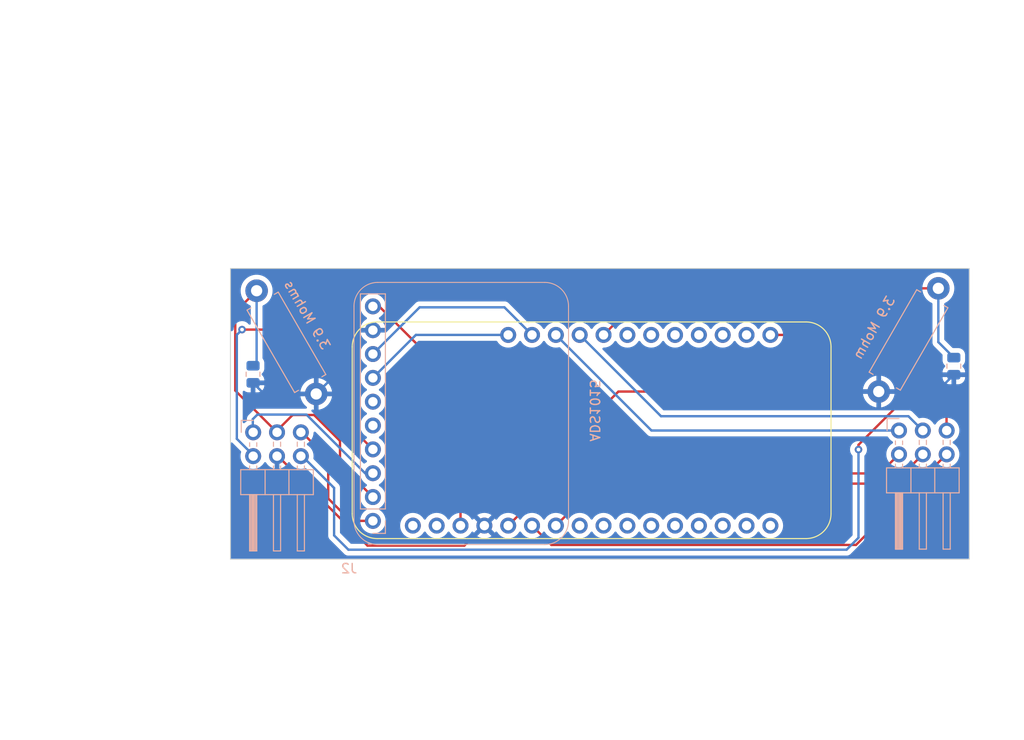
<source format=kicad_pcb>
(kicad_pcb (version 20221018) (generator pcbnew)
  (title_block (title "Voltage_Sensor_Timer") (date "2023-03-07") (rev "0"))
  (layers (0 "F.Cu" signal) (31 "B.Cu" signal) (34 "B.Paste" user) (35 "F.Paste" user) (36 "B.SilkS" user "B.Silkscreen") (37 "F.SilkS" user "F.Silkscreen") (38 "B.Mask" user) (39 "F.Mask" user) (44 "Edge.Cuts" user))
  (net 0 "")
  (net 1 "GND")
  (net 7 "AN3")
  (net 8 "AN2")
  (net 9 "AN1")
  (net 10 "AN0")
  (net 11 "ALRT")
  (net 12 "ADDR")
  (net 13 "SDA")
  (net 14 "SCL")
  (net 15 "A0")
  (net 16 "A1")
  (net 17 "A2")
  (net 18 "A3")
  (net 19 "A4")
  (net 20 "A5")
  (net 21 "3.3V")
  (net 22 "RESET")
  (net 24 "D5")
  (net 25 "D6")
  (net 26 "D9")
  (net 27 "SCK")
  (net 28 "MOSI")
  (net 29 "MISO")
  (net 30 "RX")
  (net 31 "TX")
  (net 32 "TXDO")
  (net 33 "D10")
  (net 34 "VBAT")
  (footprint "Voltage_Sensor_Timer:Combined Sockets_1x16_1x12" (layer "F.Cu") (at 132.588 106.172 90)
    (fp_text reference "ESP1" hide)
    (fp_text value "ESP32 S3 Feather ")
    (fp_line (start -1.352732 -3.798808) (end -1.352732 41.921192) (stroke (width 0.12)) (layer "F.SilkS"))
    (fp_line (start 19.077268 -6.448808) (end 1.297268 -6.448808) (stroke (width 0.12)) (layer "F.SilkS"))
    (fp_line (start 19.077268 44.571192) (end 1.297268 44.571192) (stroke (width 0.12)) (layer "F.SilkS"))
    (fp_line (start 21.727268 -3.798808) (end 21.727268 41.921192) (stroke (width 0.12)) (layer "F.SilkS"))
    (fp_arc (start -1.352732 -3.798808) (mid -0.576565 -5.672641) (end 1.297268 -6.448808) (stroke (width 0.12)) (layer "F.SilkS"))
    (fp_arc (start 1.297268 44.571192) (mid -0.576565 43.795025) (end -1.352732 41.921192) (stroke (width 0.12)) (layer "F.SilkS"))
    (fp_arc (start 19.077268 -6.448808) (mid 20.951102 -5.672642) (end 21.727268 -3.798808) (stroke (width 0.12)) (layer "F.SilkS"))
    (fp_arc (start 21.727268 41.921192) (mid 20.951097 43.79502) (end 19.077268 44.571192) (stroke (width 0.12)) (layer "F.SilkS"))
    (pad "0" thru_hole circle (at 0.027268 0.011192 270) (size 1.7 1.7) (drill 1) (layers "*.Cu" "*.Mask") (net 22 "RESET"))
    (pad "1" thru_hole circle (at 0.027268 2.551192 270) (size 1.7 1.7) (drill 1) (layers "*.Cu" "*.Mask"))
    (pad "2" thru_hole circle (at 0.027268 5.091192 270) (size 1.7 1.7) (drill 1) (layers "*.Cu" "*.Mask") (net 21 "3.3V"))
    (pad "3" thru_hole circle (at 0.027268 7.631192 270) (size 1.7 1.7) (drill 1) (layers "*.Cu" "*.Mask") (net 1 "GND"))
    (pad "4" thru_hole circle (at 0.027268 10.171192 270) (size 1.7 1.7) (drill 1) (layers "*.Cu" "*.Mask") (net 15 "A0"))
    (pad "5" thru_hole circle (at 0.027268 12.711192 270) (size 1.7 1.7) (drill 1) (layers "*.Cu" "*.Mask") (net 16 "A1"))
    (pad "6" thru_hole circle (at 0.027268 15.251192 270) (size 1.7 1.7) (drill 1) (layers "*.Cu" "*.Mask") (net 17 "A2"))
    (pad "7" thru_hole circle (at 0.027268 17.791192 270) (size 1.7 1.7) (drill 1) (layers "*.Cu" "*.Mask") (net 18 "A3"))
    (pad "8" thru_hole circle (at 0.027268 20.331192 270) (size 1.7 1.7) (drill 1) (layers "*.Cu" "*.Mask") (net 19 "A4"))
    (pad "9" thru_hole circle (at 0.027268 22.871192 270) (size 1.7 1.7) (drill 1) (layers "*.Cu" "*.Mask") (net 20 "A5"))
    (pad "10" thru_hole circle (at 0.027268 25.411192 270) (size 1.7 1.7) (drill 1) (layers "*.Cu" "*.Mask") (net 27 "SCK"))
    (pad "11" thru_hole circle (at 0.027268 27.951192 270) (size 1.7 1.7) (drill 1) (layers "*.Cu" "*.Mask") (net 28 "MOSI"))
    (pad "12" thru_hole circle (at 0.027268 30.491192 270) (size 1.7 1.7) (drill 1) (layers "*.Cu" "*.Mask") (net 29 "MISO"))
    (pad "13" thru_hole circle (at 0.027268 33.031192 270) (size 1.7 1.7) (drill 1) (layers "*.Cu" "*.Mask") (net 30 "RX"))
    (pad "14" thru_hole circle (at 0.027268 35.571192 270) (size 1.7 1.7) (drill 1) (layers "*.Cu" "*.Mask") (net 31 "TX"))
    (pad "15" thru_hole circle (at 0.027268 38.111192 270) (size 1.7 1.7) (drill 1) (layers "*.Cu" "*.Mask") (net 32 "TXDO"))
    (pad "16" thru_hole circle (at 20.347268 38.111192 270) (size 1.7 1.7) (drill 1) (layers "*.Cu" "*.Mask") (net 34 "VBAT"))
    (pad "17" thru_hole circle (at 20.347268 35.571192 270) (size 1.7 1.7) (drill 1) (layers "*.Cu" "*.Mask"))
    (pad "18" thru_hole circle (at 20.347268 33.031192 270) (size 1.7 1.7) (drill 1) (layers "*.Cu" "*.Mask"))
    (pad "19" thru_hole circle (at 20.347268 30.491192 270) (size 1.7 1.7) (drill 1) (layers "*.Cu" "*.Mask"))
    (pad "20" thru_hole circle (at 20.347268 27.951192 270) (size 1.7 1.7) (drill 1) (layers "*.Cu" "*.Mask"))
    (pad "21" thru_hole circle (at 20.347268 25.411192 270) (size 1.7 1.7) (drill 1) (layers "*.Cu" "*.Mask"))
    (pad "22" thru_hole circle (at 20.347268 22.871192 270) (size 1.7 1.7) (drill 1) (layers "*.Cu" "*.Mask") (net 33 "D10"))
    (pad "23" thru_hole circle (at 20.347268 20.331192 270) (size 1.7 1.7) (drill 1) (layers "*.Cu" "*.Mask") (net 26 "D9"))
    (pad "24" thru_hole circle (at 20.347268 17.791192 270) (size 1.7 1.7) (drill 1) (layers "*.Cu" "*.Mask") (net 25 "D6"))
    (pad "25" thru_hole circle (at 20.347268 15.251192 270) (size 1.7 1.7) (drill 1) (layers "*.Cu" "*.Mask") (net 24 "D5"))
    (pad "26" thru_hole circle (at 20.347268 12.711192 270) (size 1.7 1.7) (drill 1) (layers "*.Cu" "*.Mask") (net 14 "SCL"))
    (pad "27" thru_hole circle (at 20.347268 10.171192 270) (size 1.7 1.7) (drill 1) (layers "*.Cu" "*.Mask") (net 13 "SDA"))
  )
  (footprint "Resistor_THT:R_Axial_DIN0411_L9.9mm_D3.6mm_P12.70mm_Horizontal" (layer "B.Cu") (at 188.595 80.860739 -120)
    (fp_text reference "R2" hide)
    (fp_text value "R" hide)
    (fp_line (start 1.28 -1.92) (end 11.42 -1.92) (stroke (width 0.12)) (layer "B.SilkS"))
    (fp_line (start 1.28 -1.44) (end 1.28 -1.92) (stroke (width 0.12)) (layer "B.SilkS"))
    (fp_line (start 1.28 1.44) (end 1.28 1.92) (stroke (width 0.12)) (layer "B.SilkS"))
    (fp_line (start 1.28 1.92) (end 11.42 1.92) (stroke (width 0.12)) (layer "B.SilkS"))
    (fp_line (start 11.42 -1.92) (end 11.42 -1.44) (stroke (width 0.12)) (layer "B.SilkS"))
    (fp_line (start 11.42 1.92) (end 11.42 1.44) (stroke (width 0.12)) (layer "B.SilkS"))
    (pad "1" thru_hole circle (at 0 0 240) (size 2.4 2.4) (drill 1.2) (layers "*.Cu" "*.Mask") (net 10 "AN0"))
    (pad "2" thru_hole oval (at 12.7 0 240) (size 2.4 2.4) (drill 1.2) (layers "*.Cu" "*.Mask") (net 1 "GND"))
  )
  (footprint "Voltage_Sensor_Timer:PinSocket_1x10_P2.54mm_Vertical_1" (layer "B.Cu") (at 128.342521 105.641979)
    (fp_text reference "J2" (at -2.54 5.08 180) (layer "B.SilkS") (effects (justify mirror)))
    (fp_text value "Conn_01x10_Socket" hide)
    (fp_line (start -2.014741 -22.873255) (end -2.014741 -0.013255) (stroke (width 0.1016)) (layer "B.SilkS"))
    (fp_line (start -1.33 -24.19) (end 1.33 -24.19) (stroke (width 0.12)) (layer "B.SilkS"))
    (fp_line (start -1.33 -1.27) (end -1.33 -24.19) (stroke (width 0.12)) (layer "B.SilkS"))
    (fp_line (start -1.33 -1.27) (end 1.33 -1.27) (stroke (width 0.12)) (layer "B.SilkS"))
    (fp_line (start 0 1.33) (end 1.33 1.33) (stroke (width 0.12)) (layer "B.SilkS"))
    (fp_line (start 0.525259 2.526745) (end 18.305259 2.526745) (stroke (width 0.1016)) (layer "B.SilkS"))
    (fp_line (start 1.33 -1.27) (end 1.33 -24.19) (stroke (width 0.12)) (layer "B.SilkS"))
    (fp_line (start 1.33 1.33) (end 1.33 0) (stroke (width 0.12)) (layer "B.SilkS"))
    (fp_line (start 18.305259 -25.413255) (end 0.525259 -25.413255) (stroke (width 0.1016)) (layer "B.SilkS"))
    (fp_line (start 20.845259 -0.013255) (end 20.845259 -22.873255) (stroke (width 0.1016)) (layer "B.SilkS"))
    (fp_arc (start -2.014741 -22.873255) (mid -1.270792 -24.669306) (end 0.525259 -25.413255) (stroke (width 0.1016)) (layer "B.SilkS"))
    (fp_arc (start 0.525259 2.526745) (mid -1.270792 1.782796) (end -2.014741 -0.013255) (stroke (width 0.1016)) (layer "B.SilkS"))
    (fp_arc (start 18.305259 -25.413255) (mid 20.101321 -24.669318) (end 20.845259 -22.873255) (stroke (width 0.1016)) (layer "B.SilkS"))
    (fp_arc (start 20.845259 -0.013255) (mid 20.101308 1.782793) (end 18.305259 2.526745) (stroke (width 0.1016)) (layer "B.SilkS"))
    (pad "1" thru_hole circle (at 0 0) (size 1.7 1.7) (drill 1) (layers "*.Cu" "*.Mask") (net 7 "AN3"))
    (pad "2" thru_hole oval (at 0 -2.54) (size 1.7 1.7) (drill 1) (layers "*.Cu" "*.Mask") (net 8 "AN2"))
    (pad "3" thru_hole circle (at 0 -5.08) (size 1.7 1.7) (drill 1) (layers "*.Cu" "*.Mask") (net 9 "AN1"))
    (pad "4" thru_hole oval (at 0 -7.62) (size 1.7 1.7) (drill 1) (layers "*.Cu" "*.Mask") (net 10 "AN0"))
    (pad "5" thru_hole oval (at 0 -10.16) (size 1.7 1.7) (drill 1) (layers "*.Cu" "*.Mask") (net 11 "ALRT"))
    (pad "6" thru_hole oval (at 0 -12.7) (size 1.7 1.7) (drill 1) (layers "*.Cu" "*.Mask") (net 12 "ADDR"))
    (pad "7" thru_hole oval (at 0 -15.24) (size 1.7 1.7) (drill 1) (layers "*.Cu" "*.Mask") (net 13 "SDA"))
    (pad "8" thru_hole oval (at 0 -17.78) (size 1.7 1.7) (drill 1) (layers "*.Cu" "*.Mask") (net 14 "SCL"))
    (pad "9" thru_hole oval (at 0 -20.32) (size 1.7 1.7) (drill 1) (layers "*.Cu" "*.Mask") (net 1 "GND"))
    (pad "10" thru_hole oval (at 0 -22.86) (size 1.7 1.7) (drill 1) (layers "*.Cu" "*.Mask") (net 21 "3.3V"))
  )
  (footprint "Resistor_SMD:R_0805_2012Metric" (layer "B.Cu") (at 115.57 90.0195 -90)
    (fp_text reference "R4" hide)
    (fp_text value "R")
    (fp_line (start -0.227064 -0.735) (end 0.227064 -0.735) (stroke (width 0.12)) (layer "B.SilkS"))
    (fp_line (start -0.227064 0.735) (end 0.227064 0.735) (stroke (width 0.12)) (layer "B.SilkS"))
    (pad "1" smd roundrect (at -0.9125 0 270) (size 1.025 1.4) (layers "B.Cu" "B.Paste" "B.Mask") (roundrect_rratio 0.243902439) (net 8 "AN2"))
    (pad "2" smd roundrect (at 0.9125 0 270) (size 1.025 1.4) (layers "B.Cu" "B.Paste" "B.Mask") (roundrect_rratio 0.243902439) (net 1 "GND"))
  )
  (footprint "Connector_PinHeader_2.54mm:PinHeader_2x03_P2.54mm_Horizontal" (layer "B.Cu") (at 115.585 96.204 -90)
    (fp_text reference "J1" hide)
    (fp_text value "Conn_02x03_Top_Bottom")
    (fp_line (start -1.27 0) (end -1.27 1.27) (stroke (width 0.12)) (layer "B.SilkS"))
    (fp_line (start -1.27 1.27) (end 0 1.27) (stroke (width 0.12)) (layer "B.SilkS"))
    (fp_line (start 1.042929 -5.46) (end 1.497071 -5.46) (stroke (width 0.12)) (layer "B.SilkS"))
    (fp_line (start 1.042929 -4.7) (end 1.497071 -4.7) (stroke (width 0.12)) (layer "B.SilkS"))
    (fp_line (start 1.042929 -2.92) (end 1.497071 -2.92) (stroke (width 0.12)) (layer "B.SilkS"))
    (fp_line (start 1.042929 -2.16) (end 1.497071 -2.16) (stroke (width 0.12)) (layer "B.SilkS"))
    (fp_line (start 1.11 -0.38) (end 1.497071 -0.38) (stroke (width 0.12)) (layer "B.SilkS"))
    (fp_line (start 1.11 0.38) (end 1.497071 0.38) (stroke (width 0.12)) (layer "B.SilkS"))
    (fp_line (start 3.582929 -5.46) (end 3.98 -5.46) (stroke (width 0.12)) (layer "B.SilkS"))
    (fp_line (start 3.582929 -4.7) (end 3.98 -4.7) (stroke (width 0.12)) (layer "B.SilkS"))
    (fp_line (start 3.582929 -2.92) (end 3.98 -2.92) (stroke (width 0.12)) (layer "B.SilkS"))
    (fp_line (start 3.582929 -2.16) (end 3.98 -2.16) (stroke (width 0.12)) (layer "B.SilkS"))
    (fp_line (start 3.582929 -0.38) (end 3.98 -0.38) (stroke (width 0.12)) (layer "B.SilkS"))
    (fp_line (start 3.582929 0.38) (end 3.98 0.38) (stroke (width 0.12)) (layer "B.SilkS"))
    (fp_line (start 3.98 -6.41) (end 6.64 -6.41) (stroke (width 0.12)) (layer "B.SilkS"))
    (fp_line (start 3.98 -3.81) (end 6.64 -3.81) (stroke (width 0.12)) (layer "B.SilkS"))
    (fp_line (start 3.98 -1.27) (end 6.64 -1.27) (stroke (width 0.12)) (layer "B.SilkS"))
    (fp_line (start 3.98 1.33) (end 3.98 -6.41) (stroke (width 0.12)) (layer "B.SilkS"))
    (fp_line (start 6.64 -6.41) (end 6.64 1.33) (stroke (width 0.12)) (layer "B.SilkS"))
    (fp_line (start 6.64 -4.7) (end 12.64 -4.7) (stroke (width 0.12)) (layer "B.SilkS"))
    (fp_line (start 6.64 -2.16) (end 12.64 -2.16) (stroke (width 0.12)) (layer "B.SilkS"))
    (fp_line (start 6.64 -0.28) (end 12.64 -0.28) (stroke (width 0.12)) (layer "B.SilkS"))
    (fp_line (start 6.64 -0.16) (end 12.64 -0.16) (stroke (width 0.12)) (layer "B.SilkS"))
    (fp_line (start 6.64 -0.04) (end 12.64 -0.04) (stroke (width 0.12)) (layer "B.SilkS"))
    (fp_line (start 6.64 0.08) (end 12.64 0.08) (stroke (width 0.12)) (layer "B.SilkS"))
    (fp_line (start 6.64 0.2) (end 12.64 0.2) (stroke (width 0.12)) (layer "B.SilkS"))
    (fp_line (start 6.64 0.32) (end 12.64 0.32) (stroke (width 0.12)) (layer "B.SilkS"))
    (fp_line (start 6.64 0.38) (end 12.64 0.38) (stroke (width 0.12)) (layer "B.SilkS"))
    (fp_line (start 6.64 1.33) (end 3.98 1.33) (stroke (width 0.12)) (layer "B.SilkS"))
    (fp_line (start 12.64 -5.46) (end 6.64 -5.46) (stroke (width 0.12)) (layer "B.SilkS"))
    (fp_line (start 12.64 -4.7) (end 12.64 -5.46) (stroke (width 0.12)) (layer "B.SilkS"))
    (fp_line (start 12.64 -2.92) (end 6.64 -2.92) (stroke (width 0.12)) (layer "B.SilkS"))
    (fp_line (start 12.64 -2.16) (end 12.64 -2.92) (stroke (width 0.12)) (layer "B.SilkS"))
    (fp_line (start 12.64 -0.38) (end 6.64 -0.38) (stroke (width 0.12)) (layer "B.SilkS"))
    (fp_line (start 12.64 0.38) (end 12.64 -0.38) (stroke (width 0.12)) (layer "B.SilkS"))
    (pad "1" thru_hole circle (at 0 0 270) (size 1.7 1.7) (drill 1) (layers "*.Cu" "*.Mask") (net 9 "AN1"))
    (pad "2" thru_hole oval (at 2.54 0 270) (size 1.7 1.7) (drill 1) (layers "*.Cu" "*.Mask") (net 10 "AN0"))
    (pad "3" thru_hole oval (at 0 -2.54 270) (size 1.7 1.7) (drill 1) (layers "*.Cu" "*.Mask") (net 8 "AN2"))
    (pad "4" thru_hole oval (at 2.54 -2.54 270) (size 1.7 1.7) (drill 1) (layers "*.Cu" "*.Mask") (net 1 "GND"))
    (pad "5" thru_hole oval (at 0 -5.08 270) (size 1.7 1.7) (drill 1) (layers "*.Cu" "*.Mask") (net 7 "AN3"))
    (pad "6" thru_hole oval (at 2.54 -5.08 270) (size 1.7 1.7) (drill 1) (layers "*.Cu" "*.Mask") (net 34 "VBAT"))
  )
  (footprint "Connector_PinHeader_2.54mm:PinHeader_2x03_P2.54mm_Horizontal" (layer "B.Cu") (at 184.404 96.012 -90)
    (fp_text reference "J4" hide)
    (fp_text value "Conn_02x03_Top_Bottom" hide)
    (fp_line (start -1.27 0) (end -1.27 1.27) (stroke (width 0.12)) (layer "B.SilkS"))
    (fp_line (start -1.27 1.27) (end 0 1.27) (stroke (width 0.12)) (layer "B.SilkS"))
    (fp_line (start 1.042929 -5.46) (end 1.497071 -5.46) (stroke (width 0.12)) (layer "B.SilkS"))
    (fp_line (start 1.042929 -4.7) (end 1.497071 -4.7) (stroke (width 0.12)) (layer "B.SilkS"))
    (fp_line (start 1.042929 -2.92) (end 1.497071 -2.92) (stroke (width 0.12)) (layer "B.SilkS"))
    (fp_line (start 1.042929 -2.16) (end 1.497071 -2.16) (stroke (width 0.12)) (layer "B.SilkS"))
    (fp_line (start 1.11 -0.38) (end 1.497071 -0.38) (stroke (width 0.12)) (layer "B.SilkS"))
    (fp_line (start 1.11 0.38) (end 1.497071 0.38) (stroke (width 0.12)) (layer "B.SilkS"))
    (fp_line (start 3.582929 -5.46) (end 3.98 -5.46) (stroke (width 0.12)) (layer "B.SilkS"))
    (fp_line (start 3.582929 -4.7) (end 3.98 -4.7) (stroke (width 0.12)) (layer "B.SilkS"))
    (fp_line (start 3.582929 -2.92) (end 3.98 -2.92) (stroke (width 0.12)) (layer "B.SilkS"))
    (fp_line (start 3.582929 -2.16) (end 3.98 -2.16) (stroke (width 0.12)) (layer "B.SilkS"))
    (fp_line (start 3.582929 -0.38) (end 3.98 -0.38) (stroke (width 0.12)) (layer "B.SilkS"))
    (fp_line (start 3.582929 0.38) (end 3.98 0.38) (stroke (width 0.12)) (layer "B.SilkS"))
    (fp_line (start 3.98 -6.41) (end 6.64 -6.41) (stroke (width 0.12)) (layer "B.SilkS"))
    (fp_line (start 3.98 -3.81) (end 6.64 -3.81) (stroke (width 0.12)) (layer "B.SilkS"))
    (fp_line (start 3.98 -1.27) (end 6.64 -1.27) (stroke (width 0.12)) (layer "B.SilkS"))
    (fp_line (start 3.98 1.33) (end 3.98 -6.41) (stroke (width 0.12)) (layer "B.SilkS"))
    (fp_line (start 6.64 -6.41) (end 6.64 1.33) (stroke (width 0.12)) (layer "B.SilkS"))
    (fp_line (start 6.64 -4.7) (end 12.64 -4.7) (stroke (width 0.12)) (layer "B.SilkS"))
    (fp_line (start 6.64 -2.16) (end 12.64 -2.16) (stroke (width 0.12)) (layer "B.SilkS"))
    (fp_line (start 6.64 -0.28) (end 12.64 -0.28) (stroke (width 0.12)) (layer "B.SilkS"))
    (fp_line (start 6.64 -0.16) (end 12.64 -0.16) (stroke (width 0.12)) (layer "B.SilkS"))
    (fp_line (start 6.64 -0.04) (end 12.64 -0.04) (stroke (width 0.12)) (layer "B.SilkS"))
    (fp_line (start 6.64 0.08) (end 12.64 0.08) (stroke (width 0.12)) (layer "B.SilkS"))
    (fp_line (start 6.64 0.2) (end 12.64 0.2) (stroke (width 0.12)) (layer "B.SilkS"))
    (fp_line (start 6.64 0.32) (end 12.64 0.32) (stroke (width 0.12)) (layer "B.SilkS"))
    (fp_line (start 6.64 0.38) (end 12.64 0.38) (stroke (width 0.12)) (layer "B.SilkS"))
    (fp_line (start 6.64 1.33) (end 3.98 1.33) (stroke (width 0.12)) (layer "B.SilkS"))
    (fp_line (start 12.64 -5.46) (end 6.64 -5.46) (stroke (width 0.12)) (layer "B.SilkS"))
    (fp_line (start 12.64 -4.7) (end 12.64 -5.46) (stroke (width 0.12)) (layer "B.SilkS"))
    (fp_line (start 12.64 -2.92) (end 6.64 -2.92) (stroke (width 0.12)) (layer "B.SilkS"))
    (fp_line (start 12.64 -2.16) (end 12.64 -2.92) (stroke (width 0.12)) (layer "B.SilkS"))
    (fp_line (start 12.64 -0.38) (end 6.64 -0.38) (stroke (width 0.12)) (layer "B.SilkS"))
    (fp_line (start 12.64 0.38) (end 12.64 -0.38) (stroke (width 0.12)) (layer "B.SilkS"))
    (pad "1" thru_hole circle (at 0 0 270) (size 1.7 1.7) (drill 1) (layers "*.Cu" "*.Mask") (net 24 "D5"))
    (pad "2" thru_hole oval (at 2.54 0 270) (size 1.7 1.7) (drill 1) (layers "*.Cu" "*.Mask") (net 15 "A0"))
    (pad "3" thru_hole oval (at 0 -2.54 270) (size 1.7 1.7) (drill 1) (layers "*.Cu" "*.Mask") (net 25 "D6"))
    (pad "4" thru_hole oval (at 2.54 -2.54 270) (size 1.7 1.7) (drill 1) (layers "*.Cu" "*.Mask") (net 17 "A2"))
    (pad "5" thru_hole oval (at 0 -5.08 270) (size 1.7 1.7) (drill 1) (layers "*.Cu" "*.Mask") (net 26 "D9"))
    (pad "6" thru_hole oval (at 2.54 -5.08 270) (size 1.7 1.7) (drill 1) (layers "*.Cu" "*.Mask") (net 16 "A1"))
  )
  (footprint "Resistor_SMD:R_0805_2012Metric" (layer "B.Cu") (at 190.246 89.154 -90)
    (fp_text reference "R1" hide)
    (fp_text value "R")
    (fp_line (start -0.227064 -0.735) (end 0.227064 -0.735) (stroke (width 0.12)) (layer "B.SilkS"))
    (fp_line (start -0.227064 0.735) (end 0.227064 0.735) (stroke (width 0.12)) (layer "B.SilkS"))
    (pad "1" smd roundrect (at -0.9125 0 270) (size 1.025 1.4) (layers "B.Cu" "B.Paste" "B.Mask") (roundrect_rratio 0.243902439) (net 10 "AN0"))
    (pad "2" smd roundrect (at 0.9125 0 270) (size 1.025 1.4) (layers "B.Cu" "B.Paste" "B.Mask") (roundrect_rratio 0.243902439) (net 1 "GND"))
  )
  (footprint "Resistor_THT:R_Axial_DIN0411_L9.9mm_D3.6mm_P12.70mm_Horizontal" (layer "B.Cu") (at 115.951 81.114739 -60)
    (fp_text reference "R3" hide)
    (fp_text value "R")
    (fp_line (start 1.28 -1.92) (end 11.42 -1.92) (stroke (width 0.12)) (layer "B.SilkS"))
    (fp_line (start 1.28 -1.44) (end 1.28 -1.92) (stroke (width 0.12)) (layer "B.SilkS"))
    (fp_line (start 1.28 1.44) (end 1.28 1.92) (stroke (width 0.12)) (layer "B.SilkS"))
    (fp_line (start 1.28 1.92) (end 11.42 1.92) (stroke (width 0.12)) (layer "B.SilkS"))
    (fp_line (start 11.42 -1.92) (end 11.42 -1.44) (stroke (width 0.12)) (layer "B.SilkS"))
    (fp_line (start 11.42 1.92) (end 11.42 1.44) (stroke (width 0.12)) (layer "B.SilkS"))
    (pad "1" thru_hole circle (at 0 0 300) (size 2.4 2.4) (drill 1.2) (layers "*.Cu" "*.Mask") (net 8 "AN2"))
    (pad "2" thru_hole oval (at 12.7 0 300) (size 2.4 2.4) (drill 1.2) (layers "*.Cu" "*.Mask") (net 1 "GND"))
  )
  (gr_rect (start 113.159218 78.739553) (end 191.899218 109.728) (stroke (width 0.1)) (fill none) (layer "Edge.Cuts"))
  (gr_text "3.9 Mohms" (at 122.936 87.63 300) (layer "B.SilkS") (effects (font (size 1 1)) (justify left bottom mirror)))
  (gr_text "3.9 Mohm" (at 184.15 82.042 60) (layer "B.SilkS") (effects (font (size 1 1)) (justify left bottom mirror)))
  (gr_text "ADS1015" (at 151.384 97.282 270) (layer "B.SilkS") (effects (font (size 1 1)) (justify left bottom mirror)))
  (segment (start 138.085 108.278924) (end 127.766151 108.278924) (width 0.25) (layer "F.Cu") (net 1))
  (segment (start 182.245 91.859262) (end 154.504662 91.859262) (width 0.25) (layer "F.Cu") (net 1))
  (segment (start 140.219192 106.144732) (end 138.085 108.278924) (width 0.25) (layer "F.Cu") (net 1))
  (segment (start 154.504662 91.859262) (end 140.219192 106.144732) (width 0.25) (layer "F.Cu") (net 1))
  (segment (start 127.766151 108.278924) (end 118.085256 98.598029) (width 0.25) (layer "F.Cu") (net 1))
  (segment (start 115.57 90.932) (end 116.751262 92.113262) (width 0.25) (layer "B.Cu") (net 1))
  (segment (start 125.222 87.122) (end 127.022021 85.321979) (width 0.25) (layer "B.Cu") (net 1))
  (segment (start 121.958262 92.456) (end 122.301 92.113262) (width 0.25) (layer "B.Cu") (net 1))
  (segment (start 122.301 92.113262) (end 125.222 89.192262) (width 0.25) (layer "B.Cu") (net 1))
  (segment (start 125.222 89.192262) (end 125.222 87.122) (width 0.25) (layer "B.Cu") (net 1))
  (segment (start 116.751262 92.113262) (end 122.301 92.113262) (width 0.25) (layer "B.Cu") (net 1))
  (segment (start 127.022021 85.321979) (end 128.342521 85.321979) (width 0.25) (layer "B.Cu") (net 1))
  (segment (start 190.246 90.0665) (end 188.453238 91.859262) (width 0.25) (layer "B.Cu") (net 1))
  (segment (start 188.453238 91.859262) (end 182.245 91.859262) (width 0.25) (layer "B.Cu") (net 1))
  (segment (start 123.579629 99.012402) (end 123.579629 103.256365) (width 0.25) (layer "F.Cu") (net 7))
  (segment (start 123.579629 103.256365) (end 125.965243 105.641979) (width 0.25) (layer "F.Cu") (net 7))
  (segment (start 125.965243 105.641979) (end 128.342521 105.641979) (width 0.25) (layer "F.Cu") (net 7))
  (segment (start 120.625256 96.058029) (end 123.579629 99.012402) (width 0.25) (layer "F.Cu") (net 7))
  (segment (start 113.673104 91.752104) (end 113.673104 83.392635) (width 0.25) (layer "F.Cu") (net 8))
  (segment (start 118.125 96.204) (end 113.673104 91.752104) (width 0.25) (layer "F.Cu") (net 8))
  (segment (start 128.342521 103.101979) (end 124.835036 99.594494) (width 0.25) (layer "F.Cu") (net 8))
  (segment (start 119.786365 94.35692) (end 118.085256 96.058029) (width 0.25) (layer "F.Cu") (net 8))
  (segment (start 122.073139 94.35692) (end 119.786365 94.35692) (width 0.25) (layer "F.Cu") (net 8))
  (segment (start 124.835036 99.594494) (end 124.835036 97.118817) (width 0.25) (layer "F.Cu") (net 8))
  (segment (start 124.835036 97.118817) (end 122.073139 94.35692) (width 0.25) (layer "F.Cu") (net 8))
  (segment (start 113.673104 83.392635) (end 115.951 81.114739) (width 0.25) (layer "F.Cu") (net 8))
  (segment (start 115.951 88.726) (end 115.57 89.107) (width 0.25) (layer "B.Cu") (net 8))
  (segment (start 115.951 81.114739) (end 115.951 88.726) (width 0.25) (layer "B.Cu") (net 8))
  (segment (start 115.545256 96.058029) (end 115.545256 94.801765) (width 0.25) (layer "B.Cu") (net 9))
  (segment (start 127.50969 100.561979) (end 128.342521 100.561979) (width 0.25) (layer "B.Cu") (net 9))
  (segment (start 121.261498 94.313787) (end 127.50969 100.561979) (width 0.25) (layer "B.Cu") (net 9))
  (segment (start 115.545256 94.801765) (end 116.033234 94.313787) (width 0.25) (layer "B.Cu") (net 9))
  (segment (start 116.033234 94.313787) (end 121.261498 94.313787) (width 0.25) (layer "B.Cu") (net 9))
  (segment (start 125.73 91.840613) (end 125.73 95.409458) (width 0.25) (layer "F.Cu") (net 10))
  (segment (start 124.394523 80.01) (end 130.81 80.01) (width 0.25) (layer "F.Cu") (net 10))
  (segment (start 125.73 95.409458) (end 128.342521 98.021979) (width 0.25) (layer "F.Cu") (net 10))
  (segment (start 131.660739 80.860739) (end 188.595 80.860739) (width 0.25) (layer "F.Cu") (net 10))
  (segment (start 119.146955 85.257568) (end 124.394523 80.01) (width 0.25) (layer "F.Cu") (net 10))
  (segment (start 130.81 80.01) (end 131.660739 80.860739) (width 0.25) (layer "F.Cu") (net 10))
  (segment (start 114.398104 85.257568) (end 119.146955 85.257568) (width 0.25) (layer "F.Cu") (net 10))
  (segment (start 119.146955 85.257568) (end 125.73 91.840613) (width 0.25) (layer "F.Cu") (net 10))
  (via (at 114.398104 85.257568) (size 0.8) (drill 0.4) (layers "F.Cu" "B.Cu") (net 10))
  (segment (start 188.595 86.5905) (end 190.246 88.2415) (width 0.25) (layer "B.Cu") (net 10))
  (segment (start 114.398104 85.257568) (end 113.841958 85.813714) (width 0.25) (layer "B.Cu") (net 10))
  (segment (start 188.595 80.860739) (end 188.595 86.5905) (width 0.25) (layer "B.Cu") (net 10))
  (segment (start 113.841958 85.813714) (end 113.841958 96.895633) (width 0.25) (layer "B.Cu") (net 10))
  (segment (start 113.841958 96.895633) (end 115.544354 98.598029) (width 0.25) (layer "B.Cu") (net 10))
  (segment (start 115.544354 98.598029) (end 115.545256 98.598029) (width 0.25) (layer "B.Cu") (net 10))
  (segment (start 128.342521 90.401979) (end 132.919768 85.824732) (width 0.25) (layer "B.Cu") (net 13))
  (segment (start 132.919768 85.824732) (end 142.759192 85.824732) (width 0.25) (layer "B.Cu") (net 13))
  (segment (start 142.357603 82.883143) (end 145.299192 85.824732) (width 0.25) (layer "B.Cu") (net 14))
  (segment (start 133.321357 82.883143) (end 142.357603 82.883143) (width 0.25) (layer "B.Cu") (net 14))
  (segment (start 128.342521 87.861979) (end 133.321357 82.883143) (width 0.25) (layer "B.Cu") (net 14))
  (segment (start 182.357 100.584) (end 148.319924 100.584) (width 0.25) (layer "F.Cu") (net 15))
  (segment (start 184.389 98.552) (end 182.357 100.584) (width 0.25) (layer "F.Cu") (net 15))
  (segment (start 148.319924 100.584) (end 142.759192 106.144732) (width 0.25) (layer "F.Cu") (net 15))
  (segment (start 189.469 98.552) (end 179.817 108.204) (width 0.25) (layer "F.Cu") (net 16))
  (segment (start 179.817 108.204) (end 147.35846 108.204) (width 0.25) (layer "F.Cu") (net 16))
  (segment (start 147.35846 108.204) (end 145.299192 106.144732) (width 0.25) (layer "F.Cu") (net 16))
  (segment (start 183.825957 101.670043) (end 186.944 98.552) (width 0.25) (layer "F.Cu") (net 17))
  (segment (start 152.313881 101.670043) (end 183.825957 101.670043) (width 0.25) (layer "F.Cu") (net 17))
  (segment (start 147.839192 106.144732) (end 152.313881 101.670043) (width 0.25) (layer "F.Cu") (net 17))
  (segment (start 128.342521 82.781979) (end 129.009979 82.781979) (width 0.25) (layer "F.Cu") (net 21))
  (segment (start 129.009979 82.781979) (end 137.679192 91.451192) (width 0.25) (layer "F.Cu") (net 21))
  (segment (start 137.679192 91.451192) (end 137.679192 106.144732) (width 0.25) (layer "F.Cu") (net 21))
  (segment (start 158.02646 96.012) (end 147.839192 85.824732) (width 0.25) (layer "B.Cu") (net 24))
  (segment (start 184.389 96.012) (end 158.02646 96.012) (width 0.25) (layer "B.Cu") (net 24))
  (segment (start 185.405 94.488) (end 159.04246 94.488) (width 0.25) (layer "B.Cu") (net 25))
  (segment (start 186.929 96.012) (end 185.405 94.488) (width 0.25) (layer "B.Cu") (net 25))
  (segment (start 159.04246 94.488) (end 150.379192 85.824732) (width 0.25) (layer "B.Cu") (net 25))
  (segment (start 179.324 83.058) (end 155.685924 83.058) (width 0.25) (layer "F.Cu") (net 26))
  (segment (start 189.469 93.203) (end 179.324 83.058) (width 0.25) (layer "F.Cu") (net 26))
  (segment (start 155.685924 83.058) (end 152.919192 85.824732) (width 0.25) (layer "F.Cu") (net 26))
  (segment (start 189.469 96.012) (end 189.469 93.203) (width 0.25) (layer "F.Cu") (net 26))
  (segment (start 184.658 90.678) (end 184.658 92.964) (width 0.25) (layer "F.Cu") (net 34))
  (segment (start 184.658 92.964) (end 180.086 97.536) (width 0.25) (layer "F.Cu") (net 34))
  (segment (start 180.086 97.536) (end 180.086 98.044) (width 0.25) (layer "F.Cu") (net 34))
  (segment (start 179.804732 85.824732) (end 184.658 90.678) (width 0.25) (layer "F.Cu") (net 34))
  (segment (start 170.699192 85.824732) (end 179.804732 85.824732) (width 0.25) (layer "F.Cu") (net 34))
  (via (at 180.086 98.044) (size 0.8) (drill 0.4) (layers "F.Cu" "B.Cu") (net 34))
  (segment (start 180.086 107.442) (end 178.816 108.712) (width 0.25) (layer "B.Cu") (net 34))
  (segment (start 178.816 108.712) (end 125.73 108.712) (width 0.25) (layer "B.Cu") (net 34))
  (segment (start 180.086 98.044) (end 180.086 107.442) (width 0.25) (layer "B.Cu") (net 34))
  (segment (start 124.206 107.188) (end 124.206 102.132744) (width 0.25) (layer "B.Cu") (net 34))
  (segment (start 125.73 108.712) (end 124.206 107.188) (width 0.25) (layer "B.Cu") (net 34))
  (segment (start 124.206 102.132744) (end 120.625256 98.552) (width 0.25) (layer "B.Cu") (net 34))
  (zone (net 1) (net_name "GND") (layer "B.Cu") (connect_pads (clearance 0.5)) (min_thickness 0.25) (fill yes (thermal_gap 0.5) (thermal_bridge_width 0.5))
    (polygon (pts (xy 194.818 76.708) (xy 194.564 112.014) (xy 111.252 111.252) (xy 110.998 76.2)))
  )
)
</source>
